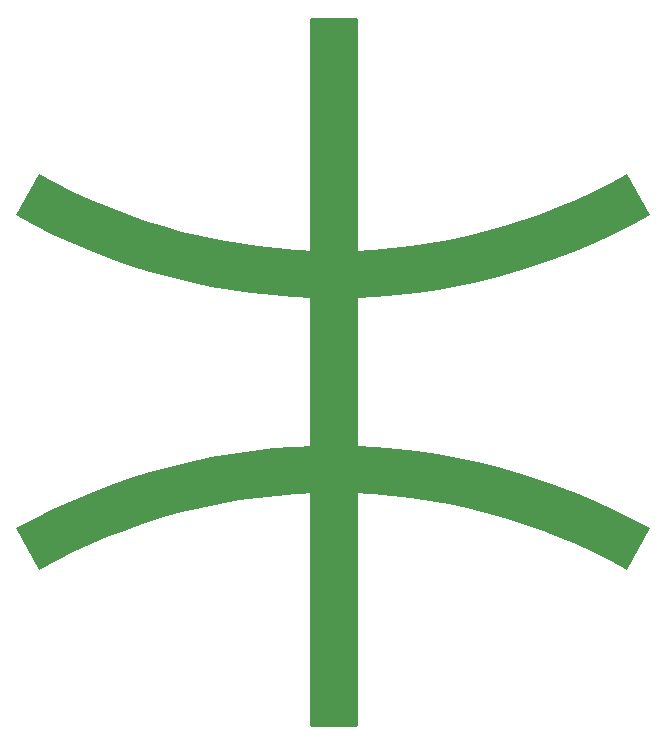
<source format=gbr>
%TF.GenerationSoftware,KiCad,Pcbnew,8.0.8*%
%TF.CreationDate,2025-04-07T13:41:04-04:00*%
%TF.ProjectId,pcb_tile_game_tile_sos,7063625f-7469-46c6-955f-67616d655f74,1.0*%
%TF.SameCoordinates,Original*%
%TF.FileFunction,Legend,Bot*%
%TF.FilePolarity,Positive*%
%FSLAX46Y46*%
G04 Gerber Fmt 4.6, Leading zero omitted, Abs format (unit mm)*
G04 Created by KiCad (PCBNEW 8.0.8) date 2025-04-07 13:41:04*
%MOMM*%
%LPD*%
G01*
G04 APERTURE LIST*
%ADD10C,0.000000*%
%ADD11C,0.239466*%
G04 APERTURE END LIST*
D10*
G36*
X166921334Y-66744887D02*
G01*
X165386094Y-67573249D01*
X163825517Y-68351633D01*
X162241234Y-69079608D01*
X160634874Y-69756745D01*
X159008068Y-70382615D01*
X157362446Y-70956785D01*
X155699637Y-71478828D01*
X154021271Y-71948313D01*
X152328979Y-72364810D01*
X150624391Y-72727889D01*
X148909137Y-73037120D01*
X147184846Y-73292073D01*
X145453149Y-73492318D01*
X143715675Y-73637426D01*
X141974056Y-73726966D01*
X140229920Y-73760508D01*
X138464318Y-73737132D01*
X136700983Y-73656354D01*
X134941604Y-73518615D01*
X133187871Y-73324354D01*
X131441475Y-73074013D01*
X129704105Y-72768031D01*
X127977452Y-72406849D01*
X126263205Y-71990908D01*
X124563055Y-71520648D01*
X122878691Y-70996510D01*
X121211804Y-70418933D01*
X119564083Y-69788359D01*
X117937219Y-69105227D01*
X116332901Y-68369978D01*
X114752820Y-67583052D01*
X113198666Y-66744891D01*
X115155696Y-63256602D01*
X115155700Y-63256598D01*
X116594802Y-64032578D01*
X118058728Y-64761327D01*
X119545795Y-65442411D01*
X121054323Y-66075392D01*
X122582628Y-66659835D01*
X124129028Y-67195304D01*
X125691841Y-67681364D01*
X127269386Y-68117577D01*
X128859979Y-68503508D01*
X130461939Y-68838721D01*
X132073584Y-69122781D01*
X133693231Y-69355250D01*
X135319199Y-69535694D01*
X136949804Y-69663675D01*
X138583366Y-69738759D01*
X140218201Y-69760508D01*
X141833217Y-69729348D01*
X143446712Y-69646156D01*
X145057061Y-69511360D01*
X146662640Y-69325385D01*
X148261825Y-69088657D01*
X149852990Y-68801600D01*
X151434513Y-68464640D01*
X153004767Y-68078204D01*
X154562130Y-67642715D01*
X156104977Y-67158601D01*
X157631683Y-66626286D01*
X159140624Y-66046197D01*
X160630176Y-65418757D01*
X162098714Y-64744394D01*
X163544614Y-64023533D01*
X164966252Y-63256598D01*
X166921334Y-66744887D01*
G37*
D11*
X141968728Y-109880269D02*
X138208187Y-109880269D01*
X138208187Y-50119731D01*
X141968728Y-50119731D01*
X141968728Y-109880269D01*
G36*
X141968728Y-109880269D02*
G01*
X138208187Y-109880269D01*
X138208187Y-50119731D01*
X141968728Y-50119731D01*
X141968728Y-109880269D01*
G37*
D10*
G36*
X141974056Y-86272581D02*
G01*
X143715675Y-86362125D01*
X145453149Y-86507235D01*
X147184846Y-86707482D01*
X148909136Y-86962435D01*
X150624391Y-87271666D01*
X152328979Y-87634744D01*
X154021270Y-88051240D01*
X155699635Y-88520723D01*
X157362444Y-89042764D01*
X159008066Y-89616932D01*
X160634871Y-90242799D01*
X162241230Y-90919934D01*
X163825512Y-91647908D01*
X165386087Y-92426290D01*
X166921326Y-93254651D01*
X164966248Y-96744893D01*
X163544610Y-95977937D01*
X162098710Y-95257015D01*
X160630172Y-94582557D01*
X159140620Y-93954994D01*
X157631679Y-93374758D01*
X156104973Y-92842279D01*
X154562126Y-92357990D01*
X153004764Y-91922320D01*
X151434509Y-91535702D01*
X149852986Y-91198567D01*
X148261821Y-90911345D01*
X146662636Y-90674468D01*
X145057057Y-90488367D01*
X143446708Y-90353474D01*
X141833214Y-90270219D01*
X140218197Y-90239034D01*
X138583362Y-90260801D01*
X136949800Y-90335944D01*
X135319195Y-90464019D01*
X133693227Y-90644586D01*
X132073580Y-90877202D01*
X130461936Y-91161426D01*
X128859975Y-91496816D01*
X127269382Y-91882930D01*
X125691838Y-92319326D01*
X124129024Y-92805562D01*
X122582624Y-93341198D01*
X121054319Y-93925790D01*
X119545792Y-94558897D01*
X118058725Y-95240078D01*
X116594799Y-95968891D01*
X115155697Y-96744893D01*
X113198667Y-93254651D01*
X114752822Y-92416488D01*
X116332903Y-91629561D01*
X117937220Y-90894311D01*
X119564084Y-90211178D01*
X121211805Y-89580602D01*
X122878692Y-89003025D01*
X124563056Y-88478885D01*
X126263206Y-88008625D01*
X127977453Y-87592684D01*
X129704106Y-87231502D01*
X131441475Y-86925521D01*
X133187871Y-86675180D01*
X134941604Y-86480921D01*
X136700983Y-86343183D01*
X138464318Y-86262407D01*
X140229920Y-86239034D01*
X141974056Y-86272581D01*
G37*
M02*

</source>
